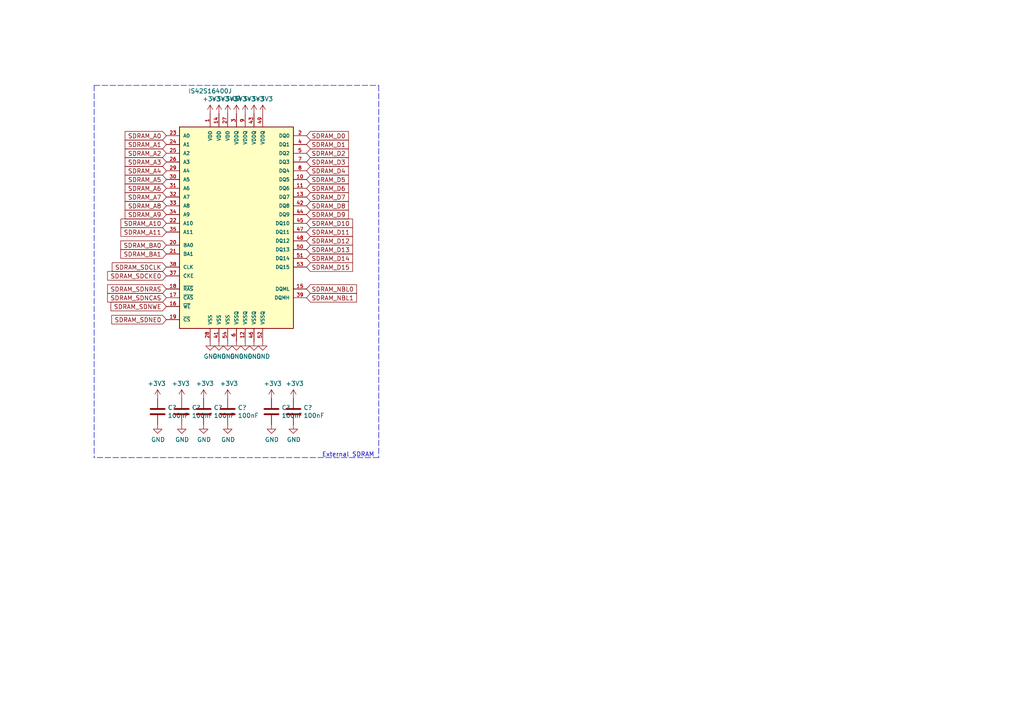
<source format=kicad_sch>
(kicad_sch (version 20210126) (generator eeschema)
  (paper "A4")
  (lib_symbols
    (symbol "00_LIB:M13S128168A" (pin_names (offset 1.016))
      (property "Reference" "U" (at -15.24 30.48 0))
      (property "Value" "M13S128168A" (at 16.51 -30.48 0))
      (symbol "M13S128168A_0_1"
        (rectangle (start -16.51 29.21) (end 16.51 -29.21) (stroke (width 0.254)) (fill (type background)))
      )
      (symbol "M13S128168A_1_1"
        (pin power_in line (at -7.62 33.02 270) (length 3.81) (name "VDD") (number "1"))
        (pin bidirectional line (at 20.32 13.97 180) (length 3.81) (name "DQ5") (number "10"))
        (pin bidirectional line (at 20.32 11.43 180) (length 3.81) (name "DQ6") (number "11"))
        (pin power_in line (at 2.54 -33.02 90) (length 3.81) (name "VSSQ") (number "12"))
        (pin bidirectional line (at 20.32 8.89 180) (length 3.81) (name "DQ7") (number "13"))
        (pin power_in line (at -5.08 33.02 270) (length 3.81) (name "VDD") (number "14"))
        (pin input line (at 20.32 -17.78 180) (length 3.81) (name "DQML") (number "15"))
        (pin input line (at -20.32 -22.86 0) (length 3.81) (name "~WE~") (number "16"))
        (pin input line (at -20.32 -20.32 0) (length 3.81) (name "~CAS~") (number "17"))
        (pin input line (at -20.32 -17.78 0) (length 3.81) (name "~RAS~") (number "18"))
        (pin input line (at -20.32 -26.67 0) (length 3.81) (name "~CS~") (number "19"))
        (pin bidirectional line (at 20.32 26.67 180) (length 3.81) (name "DQ0") (number "2"))
        (pin input line (at -20.32 -5.08 0) (length 3.81) (name "BA0") (number "20"))
        (pin input line (at -20.32 -7.62 0) (length 3.81) (name "BA1") (number "21"))
        (pin input line (at -20.32 1.27 0) (length 3.81) (name "A10") (number "22"))
        (pin input line (at -20.32 26.67 0) (length 3.81) (name "A0") (number "23"))
        (pin input line (at -20.32 24.13 0) (length 3.81) (name "A1") (number "24"))
        (pin input line (at -20.32 21.59 0) (length 3.81) (name "A2") (number "25"))
        (pin input line (at -20.32 19.05 0) (length 3.81) (name "A3") (number "26"))
        (pin power_in line (at -2.54 33.02 270) (length 3.81) (name "VDD") (number "27"))
        (pin power_in line (at -7.62 -33.02 90) (length 3.81) (name "VSS") (number "28"))
        (pin input line (at -20.32 16.51 0) (length 3.81) (name "A4") (number "29"))
        (pin power_in line (at 0 33.02 270) (length 3.81) (name "VDDQ") (number "3"))
        (pin input line (at -20.32 13.97 0) (length 3.81) (name "A5") (number "30"))
        (pin input line (at -20.32 11.43 0) (length 3.81) (name "A6") (number "31"))
        (pin input line (at -20.32 8.89 0) (length 3.81) (name "A7") (number "32"))
        (pin input line (at -20.32 6.35 0) (length 3.81) (name "A8") (number "33"))
        (pin input line (at -20.32 3.81 0) (length 3.81) (name "A9") (number "34"))
        (pin input line (at -20.32 -1.27 0) (length 3.81) (name "A11") (number "35"))
        (pin input line (at -20.32 -13.97 0) (length 3.81) (name "CKE") (number "37"))
        (pin input line (at -20.32 -11.43 0) (length 3.81) (name "CLK") (number "38"))
        (pin input line (at 20.32 -20.32 180) (length 3.81) (name "DQMH") (number "39"))
        (pin bidirectional line (at 20.32 24.13 180) (length 3.81) (name "DQ1") (number "4"))
        (pin power_in line (at -5.08 -33.02 90) (length 3.81) (name "VSS") (number "41"))
        (pin bidirectional line (at 20.32 6.35 180) (length 3.81) (name "DQ8") (number "42"))
        (pin power_in line (at 5.08 33.02 270) (length 3.81) (name "VDDQ") (number "43"))
        (pin bidirectional line (at 20.32 3.81 180) (length 3.81) (name "DQ9") (number "44"))
        (pin bidirectional line (at 20.32 1.27 180) (length 3.81) (name "DQ10") (number "45"))
        (pin power_in line (at 5.08 -33.02 90) (length 3.81) (name "VSSQ") (number "46"))
        (pin bidirectional line (at 20.32 -1.27 180) (length 3.81) (name "DQ11") (number "47"))
        (pin bidirectional line (at 20.32 -3.81 180) (length 3.81) (name "DQ12") (number "48"))
        (pin power_in line (at 7.62 33.02 270) (length 3.81) (name "VDDQ") (number "49"))
        (pin bidirectional line (at 20.32 21.59 180) (length 3.81) (name "DQ2") (number "5"))
        (pin bidirectional line (at 20.32 -6.35 180) (length 3.81) (name "DQ13") (number "50"))
        (pin bidirectional line (at 20.32 -8.89 180) (length 3.81) (name "DQ14") (number "51"))
        (pin power_in line (at 7.62 -33.02 90) (length 3.81) (name "VSSQ") (number "52"))
        (pin bidirectional line (at 20.32 -11.43 180) (length 3.81) (name "DQ15") (number "53"))
        (pin power_in line (at -2.54 -33.02 90) (length 3.81) (name "VSS") (number "54"))
        (pin power_in line (at 0 -33.02 90) (length 3.81) (name "VSSQ") (number "6"))
        (pin bidirectional line (at 20.32 19.05 180) (length 3.81) (name "DQ3") (number "7"))
        (pin bidirectional line (at 20.32 16.51 180) (length 3.81) (name "DQ4") (number "8"))
        (pin power_in line (at 2.54 33.02 270) (length 3.81) (name "VDDQ") (number "9"))
      )
    )
    (symbol "Device:C" (pin_numbers hide) (pin_names (offset 0.254))
      (property "Reference" "C" (at 0.635 2.54 0))
      (property "Value" "C" (at 0.635 -2.54 0))
      (symbol "C_0_1"
        (polyline (pts (xy -2.032 -0.762) (xy 2.032 -0.762)) (stroke (width 0.508)))
        (polyline (pts (xy -2.032 0.762) (xy 2.032 0.762)) (stroke (width 0.508)))
      )
      (symbol "C_1_1"
        (pin passive line (at 0 3.81 270) (length 2.794) (name "~") (number "1"))
        (pin passive line (at 0 -3.81 90) (length 2.794) (name "~") (number "2"))
      )
    )
    (symbol "power:+3.3V" (power) (pin_names (offset 0))
      (property "Value" "+3.3V" (at 0 3.556 0))
      (symbol "+3.3V_0_1"
        (polyline (pts (xy -0.762 1.27) (xy 0 2.54)))
        (polyline (pts (xy 0 0) (xy 0 2.54)))
        (polyline (pts (xy 0 2.54) (xy 0.762 1.27)))
      )
      (symbol "+3.3V_1_1"
        (pin power_in line (at 0 0 90) (length 0) hide (name "+3V3") (number "1"))
      )
    )
    (symbol "power:GND" (power) (pin_names (offset 0))
      (property "Value" "GND" (at 0 -3.81 0))
      (symbol "GND_0_1"
        (polyline (pts (xy 0 0) (xy 0 -1.27) (xy 1.27 -1.27) (xy 0 -2.54) (xy -1.27 -1.27) (xy 0 -1.27)))
      )
      (symbol "GND_1_1"
        (pin power_in line (at 0 0 270) (length 0) hide (name "GND") (number "1"))
      )
    )
  )
  (polyline (pts (xy 27.305 24.765) (xy 27.305 132.715)) (stroke (width 0) (type dash)))
  (polyline (pts (xy 27.305 24.765) (xy 109.855 24.765)) (stroke (width 0) (type dash)))
  (polyline (pts (xy 109.855 24.765) (xy 109.855 132.715)) (stroke (width 0) (type dash)))
  (polyline (pts (xy 109.855 132.715) (xy 27.305 132.715)) (stroke (width 0) (type dash)))
  (text "External SDRAM\n" (at 108.585 132.715 180) (effects (font (size 1.27 1.27)) (justify right bottom)))
  (global_label "SDRAM_A0" (shape input) (at 48.26 39.37 180) (property "Intersheet References" "${INTERSHEET_REFS}" (effects hide)))
  (global_label "SDRAM_A1" (shape input) (at 48.26 41.91 180) (property "Intersheet References" "${INTERSHEET_REFS}" (effects hide)))
  (global_label "SDRAM_A2" (shape input) (at 48.26 44.45 180) (property "Intersheet References" "${INTERSHEET_REFS}" (effects hide)))
  (global_label "SDRAM_A3" (shape input) (at 48.26 46.99 180) (property "Intersheet References" "${INTERSHEET_REFS}" (effects hide)))
  (global_label "SDRAM_A4" (shape input) (at 48.26 49.53 180) (property "Intersheet References" "${INTERSHEET_REFS}" (effects hide)))
  (global_label "SDRAM_A5" (shape input) (at 48.26 52.07 180) (property "Intersheet References" "${INTERSHEET_REFS}" (effects hide)))
  (global_label "SDRAM_A6" (shape input) (at 48.26 54.61 180) (property "Intersheet References" "${INTERSHEET_REFS}" (effects hide)))
  (global_label "SDRAM_A7" (shape input) (at 48.26 57.15 180) (property "Intersheet References" "${INTERSHEET_REFS}" (effects hide)))
  (global_label "SDRAM_A8" (shape input) (at 48.26 59.69 180) (property "Intersheet References" "${INTERSHEET_REFS}" (effects hide)))
  (global_label "SDRAM_A9" (shape input) (at 48.26 62.23 180) (property "Intersheet References" "${INTERSHEET_REFS}" (effects hide)))
  (global_label "SDRAM_A10" (shape input) (at 48.26 64.77 180) (property "Intersheet References" "${INTERSHEET_REFS}" (effects hide)))
  (global_label "SDRAM_A11" (shape input) (at 48.26 67.31 180) (property "Intersheet References" "${INTERSHEET_REFS}" (effects hide)))
  (global_label "SDRAM_BA0" (shape input) (at 48.26 71.12 180) (property "Intersheet References" "${INTERSHEET_REFS}" (effects hide)))
  (global_label "SDRAM_BA1" (shape input) (at 48.26 73.66 180) (property "Intersheet References" "${INTERSHEET_REFS}" (effects hide)))
  (global_label "SDRAM_SDCLK" (shape input) (at 48.26 77.47 180) (property "Intersheet References" "${INTERSHEET_REFS}" (effects hide)))
  (global_label "SDRAM_SDCKE0" (shape input) (at 48.26 80.01 180) (property "Intersheet References" "${INTERSHEET_REFS}" (effects hide)))
  (global_label "SDRAM_SDNRAS" (shape input) (at 48.26 83.82 180) (property "Intersheet References" "${INTERSHEET_REFS}" (effects hide)))
  (global_label "SDRAM_SDNCAS" (shape input) (at 48.26 86.36 180) (property "Intersheet References" "${INTERSHEET_REFS}" (effects hide)))
  (global_label "SDRAM_SDNWE" (shape input) (at 48.26 88.9 180) (property "Intersheet References" "${INTERSHEET_REFS}" (effects hide)))
  (global_label "SDRAM_SDNE0" (shape input) (at 48.26 92.71 180) (property "Intersheet References" "${INTERSHEET_REFS}" (effects hide)))
  (global_label "SDRAM_D0" (shape input) (at 88.9 39.37 0) (property "Intersheet References" "${INTERSHEET_REFS}" (effects hide)))
  (global_label "SDRAM_D1" (shape input) (at 88.9 41.91 0) (property "Intersheet References" "${INTERSHEET_REFS}" (effects hide)))
  (global_label "SDRAM_D2" (shape input) (at 88.9 44.45 0) (property "Intersheet References" "${INTERSHEET_REFS}" (effects hide)))
  (global_label "SDRAM_D3" (shape input) (at 88.9 46.99 0) (property "Intersheet References" "${INTERSHEET_REFS}" (effects hide)))
  (global_label "SDRAM_D4" (shape input) (at 88.9 49.53 0) (property "Intersheet References" "${INTERSHEET_REFS}" (effects hide)))
  (global_label "SDRAM_D5" (shape input) (at 88.9 52.07 0) (property "Intersheet References" "${INTERSHEET_REFS}" (effects hide)))
  (global_label "SDRAM_D6" (shape input) (at 88.9 54.61 0) (property "Intersheet References" "${INTERSHEET_REFS}" (effects hide)))
  (global_label "SDRAM_D7" (shape input) (at 88.9 57.15 0) (property "Intersheet References" "${INTERSHEET_REFS}" (effects hide)))
  (global_label "SDRAM_D8" (shape input) (at 88.9 59.69 0) (property "Intersheet References" "${INTERSHEET_REFS}" (effects hide)))
  (global_label "SDRAM_D9" (shape input) (at 88.9 62.23 0) (property "Intersheet References" "${INTERSHEET_REFS}" (effects hide)))
  (global_label "SDRAM_D10" (shape input) (at 88.9 64.77 0) (property "Intersheet References" "${INTERSHEET_REFS}" (effects hide)))
  (global_label "SDRAM_D11" (shape input) (at 88.9 67.31 0) (property "Intersheet References" "${INTERSHEET_REFS}" (effects hide)))
  (global_label "SDRAM_D12" (shape input) (at 88.9 69.85 0) (property "Intersheet References" "${INTERSHEET_REFS}" (effects hide)))
  (global_label "SDRAM_D13" (shape input) (at 88.9 72.39 0) (property "Intersheet References" "${INTERSHEET_REFS}" (effects hide)))
  (global_label "SDRAM_D14" (shape input) (at 88.9 74.93 0) (property "Intersheet References" "${INTERSHEET_REFS}" (effects hide)))
  (global_label "SDRAM_D15" (shape input) (at 88.9 77.47 0) (property "Intersheet References" "${INTERSHEET_REFS}" (effects hide)))
  (global_label "SDRAM_NBL0" (shape input) (at 88.9 83.82 0) (property "Intersheet References" "${INTERSHEET_REFS}" (effects hide)))
  (global_label "SDRAM_NBL1" (shape input) (at 88.9 86.36 0) (property "Intersheet References" "${INTERSHEET_REFS}" (effects hide)))
  (symbol (lib_id "power:+3.3V") (at 45.72 115.57 0) (unit 1)
    (property "Reference" "#PWR?" (effects hide))
    (property "Value" "+3.3V" (at 45.4533 111.2456 0))
  )
  (symbol (lib_id "power:+3.3V") (at 52.705 115.57 0) (unit 1)
    (property "Reference" "#PWR?" (effects hide))
    (property "Value" "+3.3V" (at 52.4383 111.2456 0))
  )
  (symbol (lib_id "power:+3.3V") (at 59.055 115.57 0) (unit 1)
    (property "Reference" "#PWR?" (effects hide))
    (property "Value" "+3.3V" (at 59.4233 111.2456 0))
  )
  (symbol (lib_id "power:+3.3V") (at 60.96 33.02 0) (unit 1)
    (property "Reference" "#PWR?" (effects hide))
    (property "Value" "+3.3V" (at 61.3283 28.6956 0))
  )
  (symbol (lib_id "power:+3.3V") (at 63.5 33.02 0) (unit 1)
    (property "Reference" "#PWR?" (effects hide))
    (property "Value" "+3.3V" (at 63.8683 28.6956 0))
  )
  (symbol (lib_id "power:+3.3V") (at 66.04 33.02 0) (unit 1)
    (property "Reference" "#PWR?" (effects hide))
    (property "Value" "+3.3V" (at 66.4083 28.6956 0))
  )
  (symbol (lib_id "power:+3.3V") (at 66.04 115.57 0) (unit 1)
    (property "Reference" "#PWR?" (effects hide))
    (property "Value" "+3.3V" (at 66.4083 111.2456 0))
  )
  (symbol (lib_id "power:+3.3V") (at 68.58 33.02 0) (unit 1)
    (property "Reference" "#PWR?" (effects hide))
    (property "Value" "+3.3V" (at 68.9483 28.6956 0))
  )
  (symbol (lib_id "power:+3.3V") (at 71.12 33.02 0) (unit 1)
    (property "Reference" "#PWR?" (effects hide))
    (property "Value" "+3.3V" (at 71.4883 28.6956 0))
  )
  (symbol (lib_id "power:+3.3V") (at 73.66 33.02 0) (unit 1)
    (property "Reference" "#PWR?" (effects hide))
    (property "Value" "+3.3V" (at 74.0283 28.6956 0))
  )
  (symbol (lib_id "power:+3.3V") (at 76.2 33.02 0) (unit 1)
    (property "Reference" "#PWR?" (effects hide))
    (property "Value" "+3.3V" (at 76.5683 28.6956 0))
  )
  (symbol (lib_id "power:+3.3V") (at 78.74 115.57 0) (unit 1)
    (property "Reference" "#PWR?" (effects hide))
    (property "Value" "+3.3V" (at 79.1083 111.2456 0))
  )
  (symbol (lib_id "power:+3.3V") (at 85.09 115.57 0) (unit 1)
    (property "Reference" "#PWR?" (effects hide))
    (property "Value" "+3.3V" (at 85.4583 111.2456 0))
  )
  (symbol (lib_id "power:GND") (at 45.72 123.19 0) (unit 1)
    (property "Reference" "#PWR?" (effects hide))
    (property "Value" "GND" (at 45.8343 127.5144 0))
  )
  (symbol (lib_id "power:GND") (at 52.705 123.19 0) (unit 1)
    (property "Reference" "#PWR?" (effects hide))
    (property "Value" "GND" (at 52.8193 127.5144 0))
  )
  (symbol (lib_id "power:GND") (at 59.055 123.19 0) (unit 1)
    (property "Reference" "#PWR?" (effects hide))
    (property "Value" "GND" (at 59.1693 127.5144 0))
  )
  (symbol (lib_id "power:GND") (at 60.96 99.06 0) (unit 1)
    (property "Reference" "#PWR?" (effects hide))
    (property "Value" "GND" (at 61.0743 103.3844 0))
  )
  (symbol (lib_id "power:GND") (at 63.5 99.06 0) (unit 1)
    (property "Reference" "#PWR?" (effects hide))
    (property "Value" "GND" (at 63.6143 103.3844 0))
  )
  (symbol (lib_id "power:GND") (at 66.04 99.06 0) (unit 1)
    (property "Reference" "#PWR?" (effects hide))
    (property "Value" "GND" (at 66.1543 103.3844 0))
  )
  (symbol (lib_id "power:GND") (at 66.04 123.19 0) (unit 1)
    (property "Reference" "#PWR?" (effects hide))
    (property "Value" "GND" (at 66.1543 127.5144 0))
  )
  (symbol (lib_id "power:GND") (at 68.58 99.06 0) (unit 1)
    (property "Reference" "#PWR?" (effects hide))
    (property "Value" "GND" (at 68.6943 103.3844 0))
  )
  (symbol (lib_id "power:GND") (at 71.12 99.06 0) (unit 1)
    (property "Reference" "#PWR?" (effects hide))
    (property "Value" "GND" (at 71.2343 103.3844 0))
  )
  (symbol (lib_id "power:GND") (at 73.66 99.06 0) (unit 1)
    (property "Reference" "#PWR?" (effects hide))
    (property "Value" "GND" (at 73.7743 103.3844 0))
  )
  (symbol (lib_id "power:GND") (at 76.2 99.06 0) (unit 1)
    (property "Reference" "#PWR?" (effects hide))
    (property "Value" "GND" (at 76.3143 103.3844 0))
  )
  (symbol (lib_id "power:GND") (at 78.74 123.19 0) (unit 1)
    (property "Reference" "#PWR?" (effects hide))
    (property "Value" "GND" (at 78.8543 127.5144 0))
  )
  (symbol (lib_id "power:GND") (at 85.09 123.19 0) (unit 1)
    (property "Reference" "#PWR?" (effects hide))
    (property "Value" "GND" (at 85.2043 127.5144 0))
  )
  (symbol (lib_id "Device:C") (at 45.72 119.38 0) (unit 1)
    (property "Reference" "C?" (at 48.6411 118.2306 0) (effects (justify left)))
    (property "Value" "100nF" (at 48.6411 120.5293 0) (effects (justify left)))
    (property "Footprint" "Capacitor_SMD:C_0805_2012Metric_Pad1.18x1.45mm_HandSolder" (effects hide))
    (property "Orderd" "1000" (effects hide))
  )
  (symbol (lib_id "Device:C") (at 52.705 119.38 0) (unit 1)
    (property "Reference" "C?" (at 55.6261 118.2306 0) (effects (justify left)))
    (property "Value" "100nF" (at 55.6261 120.5293 0) (effects (justify left)))
    (property "Footprint" "Capacitor_SMD:C_0805_2012Metric_Pad1.18x1.45mm_HandSolder" (effects hide))
    (property "Orderd" "1000" (effects hide))
  )
  (symbol (lib_id "Device:C") (at 59.055 119.38 0) (unit 1)
    (property "Reference" "C?" (at 61.9761 118.2306 0) (effects (justify left)))
    (property "Value" "100nF" (at 61.9761 120.5293 0) (effects (justify left)))
    (property "Footprint" "Capacitor_SMD:C_0805_2012Metric_Pad1.18x1.45mm_HandSolder" (effects hide))
    (property "Orderd" "1000" (effects hide))
  )
  (symbol (lib_id "Device:C") (at 66.04 119.38 0) (unit 1)
    (property "Reference" "C?" (at 68.9611 118.2306 0) (effects (justify left)))
    (property "Value" "100nF" (at 68.9611 120.5293 0) (effects (justify left)))
    (property "Footprint" "Capacitor_SMD:C_0805_2012Metric_Pad1.18x1.45mm_HandSolder" (effects hide))
    (property "Orderd" "1000" (effects hide))
  )
  (symbol (lib_id "Device:C") (at 78.74 119.38 0) (unit 1)
    (property "Reference" "C?" (at 81.6611 118.2306 0) (effects (justify left)))
    (property "Value" "100nF" (at 81.6611 120.5293 0) (effects (justify left)))
    (property "Footprint" "Capacitor_SMD:C_0805_2012Metric_Pad1.18x1.45mm_HandSolder" (effects hide))
    (property "Orderd" "1000" (effects hide))
  )
  (symbol (lib_id "Device:C") (at 85.09 119.38 0) (unit 1)
    (property "Reference" "C?" (at 88.0111 118.2306 0) (effects (justify left)))
    (property "Value" "100nF" (at 88.0111 120.5293 0) (effects (justify left)))
    (property "Footprint" "Capacitor_SMD:C_0805_2012Metric_Pad1.18x1.45mm_HandSolder" (effects hide))
    (property "Orderd" "1000" (effects hide))
  )
  (symbol (lib_id "00_LIB:M13S128168A") (at 68.58 66.04 0) (unit 1)
    (property "Reference" "U?" (at 68.58 28.5558 0))
    (property "Value" "IS42S16400J" (at 60.96 26.409 0))
    (property "Footprint" "Package_SO:TSOP-II-54_22.2x10.16mm_P0.8mm" (effects hide))
  )
)
</source>
